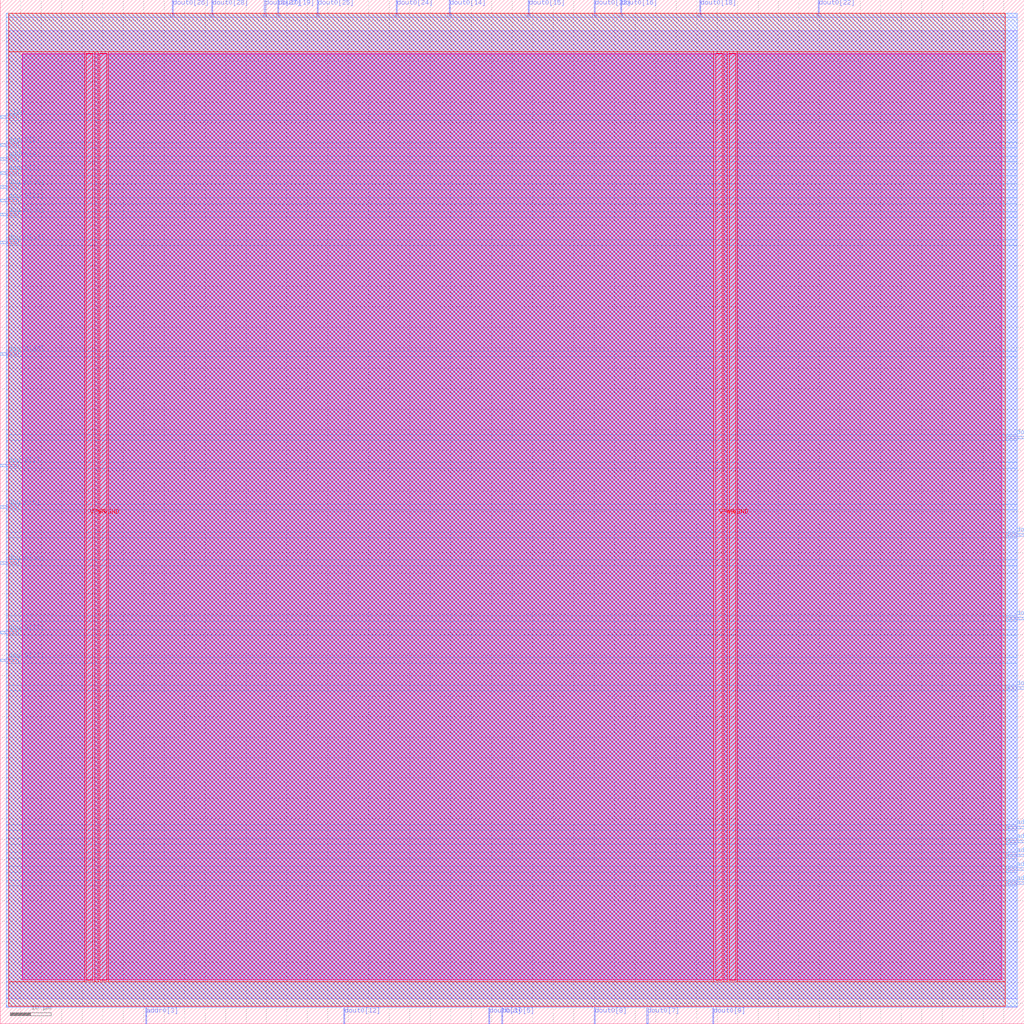
<source format=lef>
VERSION 5.7 ;
  NOWIREEXTENSIONATPIN ON ;
  DIVIDERCHAR "/" ;
  BUSBITCHARS "[]" ;
MACRO rom5
  CLASS BLOCK ;
  FOREIGN rom5 ;
  ORIGIN 0.000 0.000 ;
  SIZE 250.000 BY 250.000 ;
  PIN VGND
    DIRECTION INOUT ;
    USE GROUND ;
    PORT
      LAYER met4 ;
        RECT 24.340 10.640 25.940 236.880 ;
    END
    PORT
      LAYER met4 ;
        RECT 177.940 10.640 179.540 236.880 ;
    END
  END VGND
  PIN VPWR
    DIRECTION INOUT ;
    USE POWER ;
    PORT
      LAYER met4 ;
        RECT 21.040 10.640 22.640 236.880 ;
    END
    PORT
      LAYER met4 ;
        RECT 174.640 10.640 176.240 236.880 ;
    END
  END VPWR
  PIN addr0[0]
    DIRECTION INPUT ;
    USE SIGNAL ;
    ANTENNAGATEAREA 0.213000 ;
    PORT
      LAYER met3 ;
        RECT 246.000 34.040 250.000 34.640 ;
    END
  END addr0[0]
  PIN addr0[1]
    DIRECTION INPUT ;
    USE SIGNAL ;
    ANTENNAGATEAREA 0.126000 ;
    PORT
      LAYER met3 ;
        RECT 246.000 37.440 250.000 38.040 ;
    END
  END addr0[1]
  PIN addr0[2]
    DIRECTION INPUT ;
    USE SIGNAL ;
    ANTENNAGATEAREA 0.196500 ;
    PORT
      LAYER met3 ;
        RECT 246.000 40.840 250.000 41.440 ;
    END
  END addr0[2]
  PIN addr0[3]
    DIRECTION INPUT ;
    USE SIGNAL ;
    ANTENNAGATEAREA 0.196500 ;
    PORT
      LAYER met2 ;
        RECT 35.510 0.000 35.790 4.000 ;
    END
  END addr0[3]
  PIN addr0[4]
    DIRECTION INPUT ;
    USE SIGNAL ;
    ANTENNAGATEAREA 0.196500 ;
    PORT
      LAYER met3 ;
        RECT 0.000 210.840 4.000 211.440 ;
    END
  END addr0[4]
  PIN addr0[5]
    DIRECTION INPUT ;
    USE SIGNAL ;
    ANTENNAGATEAREA 0.196500 ;
    PORT
      LAYER met3 ;
        RECT 246.000 44.240 250.000 44.840 ;
    END
  END addr0[5]
  PIN addr0[6]
    DIRECTION INPUT ;
    USE SIGNAL ;
    ANTENNAGATEAREA 0.196500 ;
    PORT
      LAYER met3 ;
        RECT 246.000 47.640 250.000 48.240 ;
    END
  END addr0[6]
  PIN addr0[7]
    DIRECTION INPUT ;
    USE SIGNAL ;
    ANTENNAGATEAREA 0.196500 ;
    PORT
      LAYER met3 ;
        RECT 0.000 207.440 4.000 208.040 ;
    END
  END addr0[7]
  PIN addr0[8]
    DIRECTION INPUT ;
    USE SIGNAL ;
    ANTENNAGATEAREA 0.196500 ;
    PORT
      LAYER met3 ;
        RECT 0.000 214.240 4.000 214.840 ;
    END
  END addr0[8]
  PIN clk0
    DIRECTION INPUT ;
    USE SIGNAL ;
    ANTENNAGATEAREA 0.852000 ;
    PORT
      LAYER met3 ;
        RECT 0.000 221.040 4.000 221.640 ;
    END
  END clk0
  PIN dout0[0]
    DIRECTION OUTPUT ;
    USE SIGNAL ;
    ANTENNADIFFAREA 0.445500 ;
    PORT
      LAYER met3 ;
        RECT 246.000 119.040 250.000 119.640 ;
    END
  END dout0[0]
  PIN dout0[10]
    DIRECTION OUTPUT ;
    USE SIGNAL ;
    ANTENNADIFFAREA 0.445500 ;
    PORT
      LAYER met3 ;
        RECT 0.000 112.240 4.000 112.840 ;
    END
  END dout0[10]
  PIN dout0[11]
    DIRECTION OUTPUT ;
    USE SIGNAL ;
    ANTENNADIFFAREA 0.445500 ;
    PORT
      LAYER met3 ;
        RECT 0.000 95.240 4.000 95.840 ;
    END
  END dout0[11]
  PIN dout0[12]
    DIRECTION OUTPUT ;
    USE SIGNAL ;
    ANTENNADIFFAREA 0.445500 ;
    PORT
      LAYER met2 ;
        RECT 83.810 0.000 84.090 4.000 ;
    END
  END dout0[12]
  PIN dout0[13]
    DIRECTION OUTPUT ;
    USE SIGNAL ;
    ANTENNADIFFAREA 0.445500 ;
    PORT
      LAYER met3 ;
        RECT 246.000 142.840 250.000 143.440 ;
    END
  END dout0[13]
  PIN dout0[14]
    DIRECTION OUTPUT ;
    USE SIGNAL ;
    ANTENNADIFFAREA 0.795200 ;
    PORT
      LAYER met2 ;
        RECT 109.570 246.000 109.850 250.000 ;
    END
  END dout0[14]
  PIN dout0[15]
    DIRECTION OUTPUT ;
    USE SIGNAL ;
    ANTENNADIFFAREA 0.795200 ;
    PORT
      LAYER met2 ;
        RECT 128.890 246.000 129.170 250.000 ;
    END
  END dout0[15]
  PIN dout0[16]
    DIRECTION OUTPUT ;
    USE SIGNAL ;
    ANTENNADIFFAREA 0.795200 ;
    PORT
      LAYER met2 ;
        RECT 151.430 246.000 151.710 250.000 ;
    END
  END dout0[16]
  PIN dout0[17]
    DIRECTION OUTPUT ;
    USE SIGNAL ;
    ANTENNADIFFAREA 0.445500 ;
    PORT
      LAYER met3 ;
        RECT 0.000 190.440 4.000 191.040 ;
    END
  END dout0[17]
  PIN dout0[18]
    DIRECTION OUTPUT ;
    USE SIGNAL ;
    ANTENNADIFFAREA 0.795200 ;
    PORT
      LAYER met2 ;
        RECT 170.750 246.000 171.030 250.000 ;
    END
  END dout0[18]
  PIN dout0[19]
    DIRECTION OUTPUT ;
    USE SIGNAL ;
    ANTENNADIFFAREA 0.795200 ;
    PORT
      LAYER met2 ;
        RECT 67.710 246.000 67.990 250.000 ;
    END
  END dout0[19]
  PIN dout0[1]
    DIRECTION OUTPUT ;
    USE SIGNAL ;
    ANTENNADIFFAREA 0.445500 ;
    PORT
      LAYER met3 ;
        RECT 0.000 136.040 4.000 136.640 ;
    END
  END dout0[1]
  PIN dout0[20]
    DIRECTION OUTPUT ;
    USE SIGNAL ;
    ANTENNADIFFAREA 0.445500 ;
    PORT
      LAYER met3 ;
        RECT 0.000 163.240 4.000 163.840 ;
    END
  END dout0[20]
  PIN dout0[21]
    DIRECTION OUTPUT ;
    USE SIGNAL ;
    ANTENNADIFFAREA 0.445500 ;
    PORT
      LAYER met3 ;
        RECT 0.000 88.440 4.000 89.040 ;
    END
  END dout0[21]
  PIN dout0[22]
    DIRECTION OUTPUT ;
    USE SIGNAL ;
    ANTENNADIFFAREA 0.795200 ;
    PORT
      LAYER met2 ;
        RECT 199.730 246.000 200.010 250.000 ;
    END
  END dout0[22]
  PIN dout0[23]
    DIRECTION OUTPUT ;
    USE SIGNAL ;
    ANTENNADIFFAREA 0.795200 ;
    PORT
      LAYER met2 ;
        RECT 144.990 246.000 145.270 250.000 ;
    END
  END dout0[23]
  PIN dout0[24]
    DIRECTION OUTPUT ;
    USE SIGNAL ;
    ANTENNADIFFAREA 0.795200 ;
    PORT
      LAYER met2 ;
        RECT 96.690 246.000 96.970 250.000 ;
    END
  END dout0[24]
  PIN dout0[25]
    DIRECTION OUTPUT ;
    USE SIGNAL ;
    ANTENNADIFFAREA 0.795200 ;
    PORT
      LAYER met2 ;
        RECT 77.370 246.000 77.650 250.000 ;
    END
  END dout0[25]
  PIN dout0[26]
    DIRECTION OUTPUT ;
    USE SIGNAL ;
    ANTENNADIFFAREA 0.795200 ;
    PORT
      LAYER met2 ;
        RECT 41.950 246.000 42.230 250.000 ;
    END
  END dout0[26]
  PIN dout0[27]
    DIRECTION OUTPUT ;
    USE SIGNAL ;
    ANTENNADIFFAREA 0.795200 ;
    PORT
      LAYER met2 ;
        RECT 64.490 246.000 64.770 250.000 ;
    END
  END dout0[27]
  PIN dout0[28]
    DIRECTION OUTPUT ;
    USE SIGNAL ;
    ANTENNADIFFAREA 0.795200 ;
    PORT
      LAYER met2 ;
        RECT 51.610 246.000 51.890 250.000 ;
    END
  END dout0[28]
  PIN dout0[29]
    DIRECTION OUTPUT ;
    USE SIGNAL ;
    ANTENNADIFFAREA 0.445500 ;
    PORT
      LAYER met3 ;
        RECT 0.000 204.040 4.000 204.640 ;
    END
  END dout0[29]
  PIN dout0[2]
    DIRECTION OUTPUT ;
    USE SIGNAL ;
    ANTENNADIFFAREA 0.445500 ;
    PORT
      LAYER met3 ;
        RECT 246.000 81.640 250.000 82.240 ;
    END
  END dout0[2]
  PIN dout0[30]
    DIRECTION OUTPUT ;
    USE SIGNAL ;
    ANTENNADIFFAREA 0.445500 ;
    PORT
      LAYER met3 ;
        RECT 0.000 197.240 4.000 197.840 ;
    END
  END dout0[30]
  PIN dout0[31]
    DIRECTION OUTPUT ;
    USE SIGNAL ;
    ANTENNADIFFAREA 0.445500 ;
    PORT
      LAYER met3 ;
        RECT 0.000 200.640 4.000 201.240 ;
    END
  END dout0[31]
  PIN dout0[3]
    DIRECTION OUTPUT ;
    USE SIGNAL ;
    ANTENNADIFFAREA 0.445500 ;
    PORT
      LAYER met2 ;
        RECT 119.230 0.000 119.510 4.000 ;
    END
  END dout0[3]
  PIN dout0[4]
    DIRECTION OUTPUT ;
    USE SIGNAL ;
    ANTENNADIFFAREA 0.445500 ;
    PORT
      LAYER met3 ;
        RECT 246.000 98.640 250.000 99.240 ;
    END
  END dout0[4]
  PIN dout0[5]
    DIRECTION OUTPUT ;
    USE SIGNAL ;
    ANTENNADIFFAREA 0.445500 ;
    PORT
      LAYER met2 ;
        RECT 122.450 0.000 122.730 4.000 ;
    END
  END dout0[5]
  PIN dout0[6]
    DIRECTION OUTPUT ;
    USE SIGNAL ;
    ANTENNADIFFAREA 0.445500 ;
    PORT
      LAYER met3 ;
        RECT 0.000 125.840 4.000 126.440 ;
    END
  END dout0[6]
  PIN dout0[7]
    DIRECTION OUTPUT ;
    USE SIGNAL ;
    ANTENNADIFFAREA 0.445500 ;
    PORT
      LAYER met2 ;
        RECT 157.870 0.000 158.150 4.000 ;
    END
  END dout0[7]
  PIN dout0[8]
    DIRECTION OUTPUT ;
    USE SIGNAL ;
    ANTENNADIFFAREA 0.445500 ;
    PORT
      LAYER met2 ;
        RECT 144.990 0.000 145.270 4.000 ;
    END
  END dout0[8]
  PIN dout0[9]
    DIRECTION OUTPUT ;
    USE SIGNAL ;
    ANTENNADIFFAREA 0.445500 ;
    PORT
      LAYER met2 ;
        RECT 173.970 0.000 174.250 4.000 ;
    END
  END dout0[9]
  OBS
      LAYER nwell ;
        RECT 5.330 10.795 244.450 236.830 ;
      LAYER li1 ;
        RECT 5.520 10.795 244.260 236.725 ;
      LAYER met1 ;
        RECT 1.450 6.160 248.330 242.380 ;
      LAYER met2 ;
        RECT 1.470 245.720 41.670 246.685 ;
        RECT 42.510 245.720 51.330 246.685 ;
        RECT 52.170 245.720 64.210 246.685 ;
        RECT 65.050 245.720 67.430 246.685 ;
        RECT 68.270 245.720 77.090 246.685 ;
        RECT 77.930 245.720 96.410 246.685 ;
        RECT 97.250 245.720 109.290 246.685 ;
        RECT 110.130 245.720 128.610 246.685 ;
        RECT 129.450 245.720 144.710 246.685 ;
        RECT 145.550 245.720 151.150 246.685 ;
        RECT 151.990 245.720 170.470 246.685 ;
        RECT 171.310 245.720 199.450 246.685 ;
        RECT 200.290 245.720 248.310 246.685 ;
        RECT 1.470 4.280 248.310 245.720 ;
        RECT 1.470 4.000 35.230 4.280 ;
        RECT 36.070 4.000 83.530 4.280 ;
        RECT 84.370 4.000 118.950 4.280 ;
        RECT 119.790 4.000 122.170 4.280 ;
        RECT 123.010 4.000 144.710 4.280 ;
        RECT 145.550 4.000 157.590 4.280 ;
        RECT 158.430 4.000 173.690 4.280 ;
        RECT 174.530 4.000 248.310 4.280 ;
      LAYER met3 ;
        RECT 1.445 222.040 248.335 246.665 ;
        RECT 4.400 220.640 248.335 222.040 ;
        RECT 1.445 215.240 248.335 220.640 ;
        RECT 4.400 213.840 248.335 215.240 ;
        RECT 1.445 211.840 248.335 213.840 ;
        RECT 4.400 210.440 248.335 211.840 ;
        RECT 1.445 208.440 248.335 210.440 ;
        RECT 4.400 207.040 248.335 208.440 ;
        RECT 1.445 205.040 248.335 207.040 ;
        RECT 4.400 203.640 248.335 205.040 ;
        RECT 1.445 201.640 248.335 203.640 ;
        RECT 4.400 200.240 248.335 201.640 ;
        RECT 1.445 198.240 248.335 200.240 ;
        RECT 4.400 196.840 248.335 198.240 ;
        RECT 1.445 191.440 248.335 196.840 ;
        RECT 4.400 190.040 248.335 191.440 ;
        RECT 1.445 164.240 248.335 190.040 ;
        RECT 4.400 162.840 248.335 164.240 ;
        RECT 1.445 143.840 248.335 162.840 ;
        RECT 1.445 142.440 245.600 143.840 ;
        RECT 1.445 137.040 248.335 142.440 ;
        RECT 4.400 135.640 248.335 137.040 ;
        RECT 1.445 126.840 248.335 135.640 ;
        RECT 4.400 125.440 248.335 126.840 ;
        RECT 1.445 120.040 248.335 125.440 ;
        RECT 1.445 118.640 245.600 120.040 ;
        RECT 1.445 113.240 248.335 118.640 ;
        RECT 4.400 111.840 248.335 113.240 ;
        RECT 1.445 99.640 248.335 111.840 ;
        RECT 1.445 98.240 245.600 99.640 ;
        RECT 1.445 96.240 248.335 98.240 ;
        RECT 4.400 94.840 248.335 96.240 ;
        RECT 1.445 89.440 248.335 94.840 ;
        RECT 4.400 88.040 248.335 89.440 ;
        RECT 1.445 82.640 248.335 88.040 ;
        RECT 1.445 81.240 245.600 82.640 ;
        RECT 1.445 48.640 248.335 81.240 ;
        RECT 1.445 47.240 245.600 48.640 ;
        RECT 1.445 45.240 248.335 47.240 ;
        RECT 1.445 43.840 245.600 45.240 ;
        RECT 1.445 41.840 248.335 43.840 ;
        RECT 1.445 40.440 245.600 41.840 ;
        RECT 1.445 38.440 248.335 40.440 ;
        RECT 1.445 37.040 245.600 38.440 ;
        RECT 1.445 35.040 248.335 37.040 ;
        RECT 1.445 33.640 245.600 35.040 ;
        RECT 1.445 4.255 248.335 33.640 ;
      LAYER met4 ;
        RECT 2.135 237.280 245.345 246.665 ;
        RECT 2.135 10.240 20.640 237.280 ;
        RECT 23.040 10.240 23.940 237.280 ;
        RECT 26.340 10.240 174.240 237.280 ;
        RECT 176.640 10.240 177.540 237.280 ;
        RECT 179.940 10.240 245.345 237.280 ;
        RECT 2.135 4.255 245.345 10.240 ;
  END
END rom5
END LIBRARY


</source>
